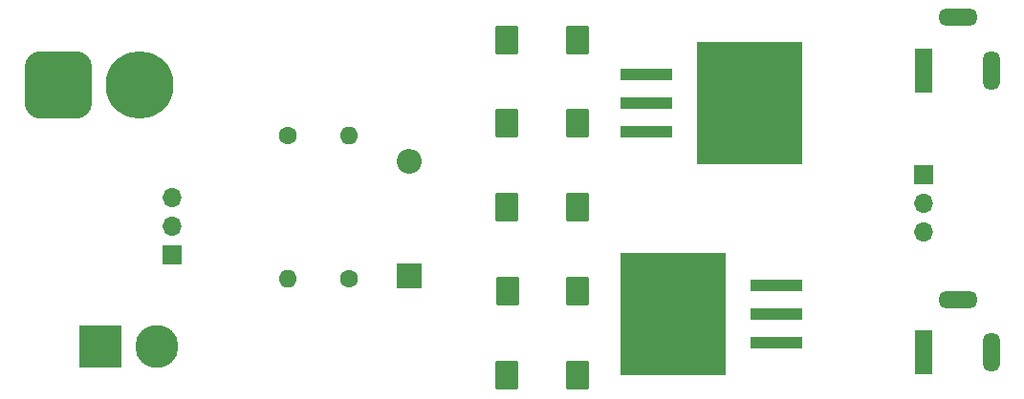
<source format=gts>
%TF.GenerationSoftware,KiCad,Pcbnew,(6.0.2)*%
%TF.CreationDate,2022-02-24T16:18:32+02:00*%
%TF.ProjectId,PowerPCB,506f7765-7250-4434-922e-6b696361645f,rev?*%
%TF.SameCoordinates,Original*%
%TF.FileFunction,Soldermask,Top*%
%TF.FilePolarity,Negative*%
%FSLAX46Y46*%
G04 Gerber Fmt 4.6, Leading zero omitted, Abs format (unit mm)*
G04 Created by KiCad (PCBNEW (6.0.2)) date 2022-02-24 16:18:32*
%MOMM*%
%LPD*%
G01*
G04 APERTURE LIST*
G04 Aperture macros list*
%AMRoundRect*
0 Rectangle with rounded corners*
0 $1 Rounding radius*
0 $2 $3 $4 $5 $6 $7 $8 $9 X,Y pos of 4 corners*
0 Add a 4 corners polygon primitive as box body*
4,1,4,$2,$3,$4,$5,$6,$7,$8,$9,$2,$3,0*
0 Add four circle primitives for the rounded corners*
1,1,$1+$1,$2,$3*
1,1,$1+$1,$4,$5*
1,1,$1+$1,$6,$7*
1,1,$1+$1,$8,$9*
0 Add four rect primitives between the rounded corners*
20,1,$1+$1,$2,$3,$4,$5,0*
20,1,$1+$1,$4,$5,$6,$7,0*
20,1,$1+$1,$6,$7,$8,$9,0*
20,1,$1+$1,$8,$9,$2,$3,0*%
G04 Aperture macros list end*
%ADD10RoundRect,1.500000X-1.500000X-1.500000X1.500000X-1.500000X1.500000X1.500000X-1.500000X1.500000X0*%
%ADD11C,6.000000*%
%ADD12O,3.500000X1.500000*%
%ADD13O,1.500000X3.500000*%
%ADD14R,1.500000X4.000000*%
%ADD15R,4.600000X1.100000*%
%ADD16R,9.400000X10.800000*%
%ADD17R,1.700000X1.700000*%
%ADD18O,1.700000X1.700000*%
%ADD19O,1.600000X1.600000*%
%ADD20C,1.600000*%
%ADD21C,3.800000*%
%ADD22R,3.800000X3.800000*%
%ADD23R,2.200000X2.200000*%
%ADD24O,2.200000X2.200000*%
%ADD25RoundRect,0.250000X0.787500X1.025000X-0.787500X1.025000X-0.787500X-1.025000X0.787500X-1.025000X0*%
G04 APERTURE END LIST*
D10*
X100150000Y-67000000D03*
D11*
X107350000Y-67000000D03*
D12*
X179810000Y-61040000D03*
D13*
X182810000Y-65740000D03*
D14*
X176810000Y-65740000D03*
D12*
X179790000Y-86060000D03*
D13*
X182790000Y-90760000D03*
D14*
X176790000Y-90760000D03*
D15*
X163775000Y-89890000D03*
D16*
X154625000Y-87350000D03*
D15*
X163775000Y-87350000D03*
X163775000Y-84810000D03*
X152225000Y-71190000D03*
X152225000Y-68650000D03*
D16*
X161375000Y-68650000D03*
D15*
X152225000Y-66110000D03*
D17*
X176790000Y-74985000D03*
D18*
X176790000Y-77525000D03*
X176790000Y-80065000D03*
X110200000Y-77025000D03*
X110200000Y-79565000D03*
D17*
X110200000Y-82105000D03*
D19*
X120500000Y-84225000D03*
D20*
X120500000Y-71525000D03*
X125910000Y-84225000D03*
D19*
X125910000Y-71525000D03*
D21*
X108900000Y-90250000D03*
D22*
X103900000Y-90250000D03*
D23*
X131250000Y-83925000D03*
D24*
X131250000Y-73765000D03*
D25*
X139887500Y-92750000D03*
X146112500Y-92750000D03*
X146157500Y-85312500D03*
X139932500Y-85312500D03*
X139887500Y-77875000D03*
X146112500Y-77875000D03*
X139887500Y-63000000D03*
X146112500Y-63000000D03*
X146112500Y-70437500D03*
X139887500Y-70437500D03*
M02*

</source>
